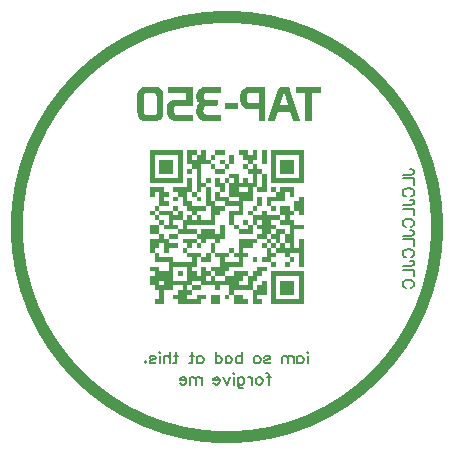
<source format=gbo>
G04 Layer: BottomSilkscreenLayer*
G04 EasyEDA v6.5.22, 2023-04-02 13:19:52*
G04 e11523a40a7546c49719b0b35a8351d0,15f4cc3622644fce95c1d8fbedb56722,10*
G04 Gerber Generator version 0.2*
G04 Scale: 100 percent, Rotated: No, Reflected: No *
G04 Dimensions in millimeters *
G04 leading zeros omitted , absolute positions ,4 integer and 5 decimal *
%FSLAX45Y45*%
%MOMM*%

%ADD10C,0.2032*%
%ADD11C,1.0000*%

%LPD*%
G36*
X492607Y649986D02*
G01*
X492607Y610666D01*
X610666Y610666D01*
X610666Y492607D01*
X649986Y492607D01*
X649986Y649986D01*
G37*
G36*
X374243Y649986D02*
G01*
X374243Y492607D01*
X413613Y492607D01*
X413613Y610666D01*
X492302Y610666D01*
X492302Y649986D01*
G37*
G36*
X295554Y649986D02*
G01*
X295554Y531926D01*
X334924Y531926D01*
X334924Y649986D01*
G37*
G36*
X98501Y649986D02*
G01*
X98501Y610666D01*
X137871Y610666D01*
X137871Y571296D01*
X177241Y571296D01*
X177241Y531926D01*
X216560Y531926D01*
X216560Y571296D01*
X255930Y571296D01*
X255930Y649986D01*
X216560Y649986D01*
X216560Y610666D01*
X177241Y610666D01*
X177241Y649986D01*
G37*
G36*
X-98501Y649986D02*
G01*
X-98501Y610666D01*
X-19812Y610666D01*
X-19812Y649986D01*
G37*
G36*
X-216560Y649986D02*
G01*
X-216560Y531926D01*
X-137871Y531926D01*
X-137871Y571296D01*
X-177241Y571296D01*
X-177241Y649986D01*
G37*
G36*
X-334924Y649986D02*
G01*
X-334924Y531926D01*
X-295554Y531926D01*
X-295554Y492607D01*
X-216865Y492607D01*
X-216865Y610666D01*
X-256184Y610666D01*
X-256184Y571296D01*
X-295554Y571296D01*
X-295554Y610666D01*
X-256184Y610666D01*
X-256184Y649986D01*
G37*
G36*
X-452983Y649986D02*
G01*
X-452983Y610666D01*
X-413613Y610666D01*
X-413613Y492607D01*
X-374243Y492607D01*
X-374243Y649986D01*
G37*
G36*
X-649986Y649986D02*
G01*
X-649986Y492607D01*
X-610666Y492607D01*
X-610666Y610666D01*
X-453237Y610666D01*
X-453237Y649986D01*
G37*
G36*
X19812Y610666D02*
G01*
X19812Y531926D01*
X59182Y531926D01*
X59182Y610666D01*
G37*
G36*
X-137871Y610666D02*
G01*
X-137871Y571296D01*
X-98501Y571296D01*
X-98501Y610666D01*
G37*
G36*
X492607Y571296D02*
G01*
X492607Y492607D01*
X571296Y492607D01*
X571296Y571296D01*
G37*
G36*
X452983Y571296D02*
G01*
X452983Y492607D01*
X492302Y492607D01*
X492302Y571296D01*
G37*
G36*
X-59182Y571296D02*
G01*
X-59182Y531926D01*
X-19812Y531926D01*
X-19812Y571296D01*
G37*
G36*
X-571296Y571296D02*
G01*
X-571296Y492607D01*
X-453237Y492607D01*
X-453237Y571296D01*
G37*
G36*
X216560Y531926D02*
G01*
X216560Y492607D01*
X255930Y492607D01*
X255930Y531926D01*
G37*
G36*
X137871Y531926D02*
G01*
X137871Y492607D01*
X177241Y492607D01*
X177241Y531926D01*
G37*
G36*
X-19812Y531926D02*
G01*
X-19812Y492607D01*
X19558Y492607D01*
X19558Y531926D01*
G37*
G36*
X-137871Y531926D02*
G01*
X-137871Y492607D01*
X-98501Y492607D01*
X-98501Y531926D01*
G37*
G36*
X177241Y492302D02*
G01*
X177241Y452983D01*
X216560Y452983D01*
X216560Y374243D01*
X177241Y374243D01*
X177241Y413613D01*
X137871Y413613D01*
X137871Y374243D01*
X98501Y374243D01*
X98501Y452983D01*
X19812Y452983D01*
X19812Y413613D01*
X59182Y413613D01*
X59182Y374243D01*
X19812Y374243D01*
X19812Y334924D01*
X177241Y334924D01*
X177241Y295554D01*
X98501Y295554D01*
X98501Y334924D01*
X19812Y334924D01*
X19812Y256184D01*
X216560Y256184D01*
X216560Y334924D01*
X255930Y334924D01*
X255930Y492302D01*
G37*
G36*
X610666Y492302D02*
G01*
X610666Y413613D01*
X492607Y413613D01*
X492607Y374243D01*
X649986Y374243D01*
X649986Y492302D01*
G37*
G36*
X-413613Y492302D02*
G01*
X-413613Y413613D01*
X-452983Y413613D01*
X-452983Y374243D01*
X-374243Y374243D01*
X-374243Y492302D01*
G37*
G36*
X492607Y492302D02*
G01*
X492607Y452983D01*
X571296Y452983D01*
X571296Y492302D01*
G37*
G36*
X452983Y492302D02*
G01*
X452983Y452983D01*
X492302Y452983D01*
X492302Y492302D01*
G37*
G36*
X374243Y492302D02*
G01*
X374243Y374243D01*
X492302Y374243D01*
X492302Y413613D01*
X413613Y413613D01*
X413613Y492302D01*
G37*
G36*
X256184Y492302D02*
G01*
X256184Y452983D01*
X295554Y452983D01*
X295554Y492302D01*
G37*
G36*
X-98501Y492302D02*
G01*
X-98501Y452983D01*
X-19812Y452983D01*
X-19812Y492302D01*
G37*
G36*
X-256184Y492302D02*
G01*
X-256184Y295554D01*
X-216865Y295554D01*
X-216865Y492302D01*
G37*
G36*
X-334924Y492302D02*
G01*
X-334924Y452983D01*
X-295554Y452983D01*
X-295554Y492302D01*
G37*
G36*
X-571296Y492302D02*
G01*
X-571296Y452983D01*
X-453237Y452983D01*
X-453237Y492302D01*
G37*
G36*
X-649986Y492302D02*
G01*
X-649986Y374243D01*
X-453237Y374243D01*
X-453237Y413613D01*
X-610666Y413613D01*
X-610666Y492302D01*
G37*
G36*
X295554Y452983D02*
G01*
X295554Y334924D01*
X256184Y334924D01*
X256184Y295554D01*
X334924Y295554D01*
X334924Y452983D01*
G37*
G36*
X-334924Y413613D02*
G01*
X-334924Y334924D01*
X-452983Y334924D01*
X-452983Y295554D01*
X-413613Y295554D01*
X-413613Y256184D01*
X-334924Y256184D01*
X-334924Y295554D01*
X-295554Y295554D01*
X-295554Y413613D01*
G37*
G36*
X-19812Y413613D02*
G01*
X-19812Y374243D01*
X19558Y374243D01*
X19558Y413613D01*
G37*
G36*
X-98501Y413613D02*
G01*
X-98501Y334924D01*
X-59182Y334924D01*
X-59182Y295554D01*
X-19812Y295554D01*
X-19812Y374243D01*
X-59182Y374243D01*
X-59182Y413613D01*
G37*
G36*
X-177241Y413613D02*
G01*
X-177241Y374243D01*
X-137871Y374243D01*
X-137871Y413613D01*
G37*
G36*
X-216560Y374243D02*
G01*
X-216560Y334924D01*
X-177241Y334924D01*
X-177241Y374243D01*
G37*
G36*
X452983Y334924D02*
G01*
X452983Y295554D01*
X413613Y295554D01*
X413613Y256184D01*
X492302Y256184D01*
X492302Y334924D01*
G37*
G36*
X492607Y334924D02*
G01*
X492607Y295554D01*
X531926Y295554D01*
X531926Y256184D01*
X571296Y256184D01*
X571296Y334924D01*
G37*
G36*
X374243Y334924D02*
G01*
X374243Y295554D01*
X413613Y295554D01*
X413613Y334924D01*
G37*
G36*
X-177241Y334924D02*
G01*
X-177241Y256184D01*
X-137871Y256184D01*
X-137871Y334924D01*
G37*
G36*
X-649986Y334924D02*
G01*
X-649986Y256184D01*
X-610666Y256184D01*
X-610666Y295554D01*
X-571296Y295554D01*
X-571296Y256184D01*
X-492607Y256184D01*
X-492607Y295554D01*
X-531926Y295554D01*
X-531926Y334924D01*
G37*
G36*
X-98501Y295554D02*
G01*
X-98501Y256184D01*
X-59182Y256184D01*
X-59182Y295554D01*
G37*
G36*
X-295554Y295554D02*
G01*
X-295554Y256184D01*
X-256184Y256184D01*
X-256184Y295554D01*
G37*
G36*
X-177241Y255930D02*
G01*
X-177241Y177241D01*
X-137871Y177241D01*
X-137871Y59182D01*
X-216560Y59182D01*
X-216560Y19812D01*
X-98501Y19812D01*
X-98501Y98501D01*
X-59182Y98501D01*
X-59182Y137871D01*
X-19812Y137871D01*
X-19812Y177241D01*
X-98501Y177241D01*
X-98501Y216560D01*
X-137871Y216560D01*
X-137871Y255930D01*
G37*
G36*
X98501Y255930D02*
G01*
X98501Y216560D01*
X19812Y216560D01*
X19812Y177241D01*
X98501Y177241D01*
X98501Y137871D01*
X19812Y137871D01*
X19812Y19812D01*
X59182Y19812D01*
X59182Y98501D01*
X137871Y98501D01*
X137871Y216560D01*
X216560Y216560D01*
X216560Y255930D01*
G37*
G36*
X610666Y255930D02*
G01*
X610666Y216560D01*
X571296Y216560D01*
X571296Y137871D01*
X610666Y137871D01*
X610666Y98501D01*
X649986Y98501D01*
X649986Y255930D01*
G37*
G36*
X334924Y255930D02*
G01*
X334924Y177241D01*
X374243Y177241D01*
X374243Y216560D01*
X492302Y216560D01*
X492302Y255930D01*
G37*
G36*
X256184Y255930D02*
G01*
X256184Y177241D01*
X295554Y177241D01*
X295554Y255930D01*
G37*
G36*
X-98501Y255930D02*
G01*
X-98501Y216560D01*
X-19812Y216560D01*
X-19812Y177241D01*
X19558Y177241D01*
X19558Y255930D01*
G37*
G36*
X-256184Y255930D02*
G01*
X-256184Y216560D01*
X-216865Y216560D01*
X-216865Y255930D01*
G37*
G36*
X-374243Y255930D02*
G01*
X-374243Y177241D01*
X-334924Y177241D01*
X-334924Y137871D01*
X-295554Y137871D01*
X-295554Y98501D01*
X-256184Y98501D01*
X-256184Y137871D01*
X-216865Y137871D01*
X-216865Y177241D01*
X-295554Y177241D01*
X-295554Y216560D01*
X-334924Y216560D01*
X-334924Y255930D01*
G37*
G36*
X-452983Y255930D02*
G01*
X-452983Y216560D01*
X-413613Y216560D01*
X-413613Y255930D01*
G37*
G36*
X-571296Y255930D02*
G01*
X-571296Y177241D01*
X-492607Y177241D01*
X-492607Y216560D01*
X-531926Y216560D01*
X-531926Y255930D01*
G37*
G36*
X492607Y177241D02*
G01*
X492607Y19812D01*
X571296Y19812D01*
X571296Y59182D01*
X531926Y59182D01*
X531926Y98501D01*
X571296Y98501D01*
X571296Y137871D01*
X531926Y137871D01*
X531926Y177241D01*
G37*
G36*
X452983Y177241D02*
G01*
X452983Y98501D01*
X492302Y98501D01*
X492302Y177241D01*
G37*
G36*
X374243Y177241D02*
G01*
X374243Y137871D01*
X413613Y137871D01*
X413613Y177241D01*
G37*
G36*
X216560Y177241D02*
G01*
X216560Y137871D01*
X255930Y137871D01*
X255930Y177241D01*
G37*
G36*
X-216560Y177241D02*
G01*
X-216560Y137871D01*
X-177241Y137871D01*
X-177241Y177241D01*
G37*
G36*
X-452983Y177241D02*
G01*
X-452983Y137871D01*
X-413613Y137871D01*
X-413613Y177241D01*
G37*
G36*
X-610666Y177241D02*
G01*
X-610666Y137871D01*
X-571296Y137871D01*
X-571296Y177241D01*
G37*
G36*
X295554Y137871D02*
G01*
X295554Y98501D01*
X256184Y98501D01*
X256184Y59182D01*
X295554Y59182D01*
X295554Y19812D01*
X374243Y19812D01*
X374243Y59182D01*
X452983Y59182D01*
X452983Y98501D01*
X334924Y98501D01*
X334924Y137871D01*
G37*
G36*
X-413613Y137871D02*
G01*
X-413613Y98501D01*
X-452983Y98501D01*
X-452983Y59182D01*
X-374243Y59182D01*
X-374243Y137871D01*
G37*
G36*
X177241Y137871D02*
G01*
X177241Y98501D01*
X216560Y98501D01*
X216560Y137871D01*
G37*
G36*
X-571296Y137871D02*
G01*
X-571296Y98501D01*
X-492607Y98501D01*
X-492607Y19812D01*
X-453237Y19812D01*
X-453237Y137871D01*
G37*
G36*
X-649986Y137871D02*
G01*
X-649986Y98501D01*
X-610666Y98501D01*
X-610666Y137871D01*
G37*
G36*
X-334924Y98501D02*
G01*
X-334924Y59182D01*
X-374243Y59182D01*
X-374243Y19812D01*
X-216865Y19812D01*
X-216865Y98501D01*
X-256184Y98501D01*
X-256184Y59182D01*
X-295554Y59182D01*
X-295554Y98501D01*
G37*
G36*
X216560Y98501D02*
G01*
X216560Y19812D01*
X255930Y19812D01*
X255930Y98501D01*
G37*
G36*
X-610666Y98501D02*
G01*
X-610666Y59182D01*
X-571296Y59182D01*
X-571296Y98501D01*
G37*
G36*
X452983Y59182D02*
G01*
X452983Y19812D01*
X492302Y19812D01*
X492302Y59182D01*
G37*
G36*
X137871Y59182D02*
G01*
X137871Y19812D01*
X177241Y19812D01*
X177241Y59182D01*
G37*
G36*
X-571296Y59182D02*
G01*
X-571296Y19812D01*
X-531926Y19812D01*
X-531926Y59182D01*
G37*
G36*
X531926Y19558D02*
G01*
X531926Y-59182D01*
X492607Y-59182D01*
X492607Y-137871D01*
X531926Y-137871D01*
X531926Y-177241D01*
X492607Y-177241D01*
X492607Y-216560D01*
X649986Y-216560D01*
X649986Y-98501D01*
X610666Y-98501D01*
X610666Y-177241D01*
X571296Y-177241D01*
X571296Y-19812D01*
X649986Y-19812D01*
X649986Y19558D01*
G37*
G36*
X256184Y19558D02*
G01*
X256184Y-19812D01*
X295554Y-19812D01*
X295554Y-59182D01*
X256184Y-59182D01*
X256184Y-98501D01*
X334924Y-98501D01*
X334924Y-59182D01*
X374243Y-59182D01*
X374243Y-19812D01*
X413613Y-19812D01*
X413613Y19558D01*
G37*
G36*
X177241Y19558D02*
G01*
X177241Y-19812D01*
X98501Y-19812D01*
X98501Y-59182D01*
X216560Y-59182D01*
X216560Y19558D01*
G37*
G36*
X-59182Y19558D02*
G01*
X-59182Y-59182D01*
X-98501Y-59182D01*
X-98501Y-19812D01*
X-216560Y-19812D01*
X-216560Y-137871D01*
X-177241Y-137871D01*
X-177241Y-98501D01*
X-98501Y-98501D01*
X-98501Y-137871D01*
X-59182Y-137871D01*
X-59182Y-98501D01*
X-19812Y-98501D01*
X-19812Y19558D01*
G37*
G36*
X-374243Y19558D02*
G01*
X-374243Y-19812D01*
X-413613Y-19812D01*
X-413613Y-59182D01*
X-256184Y-59182D01*
X-256184Y-19812D01*
X-334924Y-19812D01*
X-334924Y19558D01*
G37*
G36*
X59182Y19558D02*
G01*
X59182Y-19812D01*
X98501Y-19812D01*
X98501Y19558D01*
G37*
G36*
X-452983Y19558D02*
G01*
X-452983Y-19812D01*
X-413613Y-19812D01*
X-413613Y19558D01*
G37*
G36*
X-531926Y19558D02*
G01*
X-531926Y-19812D01*
X-453237Y-19812D01*
X-453237Y19558D01*
G37*
G36*
X-649986Y19558D02*
G01*
X-649986Y-59182D01*
X-571296Y-59182D01*
X-571296Y19558D01*
G37*
G36*
X413613Y-19812D02*
G01*
X413613Y-59182D01*
X374243Y-59182D01*
X374243Y-98501D01*
X413613Y-98501D01*
X413613Y-137871D01*
X452983Y-137871D01*
X452983Y-59182D01*
X492302Y-59182D01*
X492302Y-19812D01*
G37*
G36*
X-571296Y-59182D02*
G01*
X-571296Y-98501D01*
X-649986Y-98501D01*
X-649986Y-216560D01*
X-610666Y-216560D01*
X-610666Y-177241D01*
X-571296Y-177241D01*
X-571296Y-137871D01*
X-531926Y-137871D01*
X-531926Y-216560D01*
X-492607Y-216560D01*
X-492607Y-177241D01*
X-453237Y-177241D01*
X-453237Y-137871D01*
X-492607Y-137871D01*
X-492607Y-98501D01*
X-531926Y-98501D01*
X-531926Y-59182D01*
G37*
G36*
X-256184Y-59182D02*
G01*
X-256184Y-98501D01*
X-216865Y-98501D01*
X-216865Y-59182D01*
G37*
G36*
X-452983Y-59182D02*
G01*
X-452983Y-98501D01*
X-413613Y-98501D01*
X-413613Y-59182D01*
G37*
G36*
X-492607Y-59182D02*
G01*
X-492607Y-98501D01*
X-453237Y-98501D01*
X-453237Y-59182D01*
G37*
G36*
X334924Y-98501D02*
G01*
X334924Y-137871D01*
X374243Y-137871D01*
X374243Y-98501D01*
G37*
G36*
X98501Y-98501D02*
G01*
X98501Y-216560D01*
X137871Y-216560D01*
X137871Y-177241D01*
X216560Y-177241D01*
X216560Y-137871D01*
X255930Y-137871D01*
X255930Y-98501D01*
G37*
G36*
X-374243Y-98501D02*
G01*
X-374243Y-137871D01*
X-334924Y-137871D01*
X-334924Y-177241D01*
X-295554Y-177241D01*
X-295554Y-137871D01*
X-256184Y-137871D01*
X-256184Y-98501D01*
G37*
G36*
X452983Y-137871D02*
G01*
X452983Y-177241D01*
X413613Y-177241D01*
X413613Y-216560D01*
X492302Y-216560D01*
X492302Y-137871D01*
G37*
G36*
X374243Y-137871D02*
G01*
X374243Y-177241D01*
X413613Y-177241D01*
X413613Y-137871D01*
G37*
G36*
X295554Y-137871D02*
G01*
X295554Y-177241D01*
X334924Y-177241D01*
X334924Y-137871D01*
G37*
G36*
X-137871Y-137871D02*
G01*
X-137871Y-216560D01*
X-98501Y-216560D01*
X-98501Y-137871D01*
G37*
G36*
X-256184Y-137871D02*
G01*
X-256184Y-177241D01*
X-216865Y-177241D01*
X-216865Y-137871D01*
G37*
G36*
X-452983Y-137871D02*
G01*
X-452983Y-177241D01*
X-413613Y-177241D01*
X-413613Y-137871D01*
G37*
G36*
X334924Y-177241D02*
G01*
X334924Y-216560D01*
X374243Y-216560D01*
X374243Y-177241D01*
G37*
G36*
X19812Y-177241D02*
G01*
X19812Y-216560D01*
X59182Y-216560D01*
X59182Y-177241D01*
G37*
G36*
X-374243Y-177241D02*
G01*
X-374243Y-216560D01*
X-334924Y-216560D01*
X-334924Y-177241D01*
G37*
G36*
X-610666Y-216865D02*
G01*
X-610666Y-295554D01*
X-492607Y-295554D01*
X-492607Y-374243D01*
X-571296Y-374243D01*
X-571296Y-334924D01*
X-649986Y-334924D01*
X-649986Y-374243D01*
X-610666Y-374243D01*
X-610666Y-413613D01*
X-649986Y-413613D01*
X-649986Y-452983D01*
X-453237Y-452983D01*
X-453237Y-256184D01*
X-571296Y-256184D01*
X-571296Y-216865D01*
G37*
G36*
X-98501Y-216865D02*
G01*
X-98501Y-256184D01*
X-59182Y-256184D01*
X-59182Y-334924D01*
X-137871Y-334924D01*
X-137871Y-374243D01*
X-98501Y-374243D01*
X-98501Y-413613D01*
X-19812Y-413613D01*
X-19812Y-374243D01*
X19558Y-374243D01*
X19558Y-295554D01*
X-19812Y-295554D01*
X-19812Y-256184D01*
X19558Y-256184D01*
X19558Y-216865D01*
G37*
G36*
X59182Y-216865D02*
G01*
X59182Y-256184D01*
X98501Y-256184D01*
X98501Y-295554D01*
X19812Y-295554D01*
X19812Y-334924D01*
X137871Y-334924D01*
X137871Y-256184D01*
X177241Y-256184D01*
X177241Y-216865D01*
G37*
G36*
X-334924Y-216865D02*
G01*
X-334924Y-256184D01*
X-295554Y-256184D01*
X-295554Y-295554D01*
X-452983Y-295554D01*
X-452983Y-334924D01*
X-334924Y-334924D01*
X-334924Y-452983D01*
X-216865Y-452983D01*
X-216865Y-413613D01*
X-256184Y-413613D01*
X-256184Y-374243D01*
X-295554Y-374243D01*
X-295554Y-334924D01*
X-256184Y-334924D01*
X-256184Y-256184D01*
X-216865Y-256184D01*
X-216865Y-216865D01*
G37*
G36*
X334924Y-216865D02*
G01*
X334924Y-256184D01*
X295554Y-256184D01*
X295554Y-295554D01*
X374243Y-295554D01*
X374243Y-256184D01*
X413613Y-256184D01*
X413613Y-216865D01*
G37*
G36*
X-177241Y-216865D02*
G01*
X-177241Y-256184D01*
X-216560Y-256184D01*
X-216560Y-295554D01*
X-137871Y-295554D01*
X-137871Y-216865D01*
G37*
G36*
X610666Y-216865D02*
G01*
X610666Y-334924D01*
X649986Y-334924D01*
X649986Y-216865D01*
G37*
G36*
X492607Y-216865D02*
G01*
X492607Y-256184D01*
X531926Y-256184D01*
X531926Y-216865D01*
G37*
G36*
X531926Y-256184D02*
G01*
X531926Y-295554D01*
X571296Y-295554D01*
X571296Y-256184D01*
G37*
G36*
X216560Y-256184D02*
G01*
X216560Y-295554D01*
X255930Y-295554D01*
X255930Y-256184D01*
G37*
G36*
X492607Y-295554D02*
G01*
X492607Y-334924D01*
X531926Y-334924D01*
X531926Y-295554D01*
G37*
G36*
X374243Y-295554D02*
G01*
X374243Y-334924D01*
X413613Y-334924D01*
X413613Y-295554D01*
G37*
G36*
X256184Y-334924D02*
G01*
X256184Y-413613D01*
X295554Y-413613D01*
X295554Y-374243D01*
X334924Y-374243D01*
X334924Y-334924D01*
G37*
G36*
X-216560Y-334924D02*
G01*
X-216560Y-452983D01*
X-177241Y-452983D01*
X-177241Y-413613D01*
X-137871Y-413613D01*
X-137871Y-374243D01*
X-177241Y-374243D01*
X-177241Y-334924D01*
G37*
G36*
X216560Y-374243D02*
G01*
X216560Y-413613D01*
X177241Y-413613D01*
X177241Y-452983D01*
X255930Y-452983D01*
X255930Y-374243D01*
G37*
G36*
X59182Y-374243D02*
G01*
X59182Y-413613D01*
X19812Y-413613D01*
X19812Y-452983D01*
X137871Y-452983D01*
X137871Y-413613D01*
X177241Y-413613D01*
X177241Y-374243D01*
G37*
G36*
X492607Y-374243D02*
G01*
X492607Y-413613D01*
X610666Y-413613D01*
X610666Y-452983D01*
X649986Y-452983D01*
X649986Y-374243D01*
G37*
G36*
X374243Y-374243D02*
G01*
X374243Y-452983D01*
X413613Y-452983D01*
X413613Y-413613D01*
X492302Y-413613D01*
X492302Y-374243D01*
G37*
G36*
X-413613Y-374243D02*
G01*
X-413613Y-413613D01*
X-374243Y-413613D01*
X-374243Y-374243D01*
G37*
G36*
X-19812Y-413613D02*
G01*
X-19812Y-452983D01*
X19558Y-452983D01*
X19558Y-413613D01*
G37*
G36*
X-137871Y-413613D02*
G01*
X-137871Y-452983D01*
X-98501Y-452983D01*
X-98501Y-413613D01*
G37*
G36*
X610666Y-453237D02*
G01*
X610666Y-610666D01*
X492607Y-610666D01*
X492607Y-649986D01*
X649986Y-649986D01*
X649986Y-453237D01*
G37*
G36*
X-649986Y-453237D02*
G01*
X-649986Y-492607D01*
X-610666Y-492607D01*
X-610666Y-531926D01*
X-571296Y-531926D01*
X-571296Y-610666D01*
X-610666Y-610666D01*
X-610666Y-649986D01*
X-531926Y-649986D01*
X-531926Y-531926D01*
X-453237Y-531926D01*
X-453237Y-453237D01*
X-531926Y-453237D01*
X-531926Y-492607D01*
X-571296Y-492607D01*
X-571296Y-453237D01*
G37*
G36*
X-452983Y-453237D02*
G01*
X-452983Y-492607D01*
X-374243Y-492607D01*
X-374243Y-531926D01*
X-413613Y-531926D01*
X-413613Y-571296D01*
X-452983Y-571296D01*
X-452983Y-610666D01*
X-413613Y-610666D01*
X-413613Y-649986D01*
X-216865Y-649986D01*
X-216865Y-571296D01*
X-256184Y-571296D01*
X-256184Y-610666D01*
X-334924Y-610666D01*
X-334924Y-571296D01*
X-295554Y-571296D01*
X-295554Y-531926D01*
X-334924Y-531926D01*
X-334924Y-492607D01*
X-295554Y-492607D01*
X-295554Y-453237D01*
G37*
G36*
X295554Y-453237D02*
G01*
X295554Y-492607D01*
X256184Y-492607D01*
X256184Y-571296D01*
X334924Y-571296D01*
X334924Y-453237D01*
G37*
G36*
X492607Y-453237D02*
G01*
X492607Y-571296D01*
X571296Y-571296D01*
X571296Y-453237D01*
G37*
G36*
X452983Y-453237D02*
G01*
X452983Y-571296D01*
X492302Y-571296D01*
X492302Y-453237D01*
G37*
G36*
X374243Y-453237D02*
G01*
X374243Y-649986D01*
X492302Y-649986D01*
X492302Y-610666D01*
X413613Y-610666D01*
X413613Y-453237D01*
G37*
G36*
X19812Y-453237D02*
G01*
X19812Y-571296D01*
X59182Y-571296D01*
X59182Y-531926D01*
X216560Y-531926D01*
X216560Y-453237D01*
X177241Y-453237D01*
X177241Y-492607D01*
X98501Y-492607D01*
X98501Y-453237D01*
G37*
G36*
X-216560Y-453237D02*
G01*
X-216560Y-492607D01*
X-98501Y-492607D01*
X-98501Y-531926D01*
X-59182Y-531926D01*
X-59182Y-492607D01*
X19558Y-492607D01*
X19558Y-453237D01*
G37*
G36*
X-295554Y-492607D02*
G01*
X-295554Y-531926D01*
X-216865Y-531926D01*
X-216865Y-492607D01*
G37*
G36*
X216560Y-531926D02*
G01*
X216560Y-649986D01*
X255930Y-649986D01*
X255930Y-531926D01*
G37*
G36*
X59182Y-571296D02*
G01*
X59182Y-649986D01*
X177241Y-649986D01*
X177241Y-610666D01*
X137871Y-610666D01*
X137871Y-571296D01*
G37*
G36*
X-19812Y-571296D02*
G01*
X-19812Y-610666D01*
X19558Y-610666D01*
X19558Y-571296D01*
G37*
G36*
X-137871Y-571296D02*
G01*
X-137871Y-649986D01*
X-59182Y-649986D01*
X-59182Y-571296D01*
G37*
G36*
X-216560Y-571296D02*
G01*
X-216560Y-610666D01*
X-177241Y-610666D01*
X-177241Y-571296D01*
G37*
G36*
X256184Y-610666D02*
G01*
X256184Y-649986D01*
X295554Y-649986D01*
X295554Y-610666D01*
G37*
G36*
X591972Y1186738D02*
G01*
X590245Y1186484D01*
X588924Y1185722D01*
X588162Y1184452D01*
X587908Y1182725D01*
X587908Y1138783D01*
X588162Y1136954D01*
X588924Y1135735D01*
X590194Y1134922D01*
X591972Y1134668D01*
X657250Y1134668D01*
X658926Y1134465D01*
X660146Y1133754D01*
X660857Y1132535D01*
X661111Y1130909D01*
X661111Y904036D01*
X661365Y902309D01*
X662127Y900988D01*
X663397Y900226D01*
X665124Y899972D01*
X715213Y899972D01*
X716940Y900277D01*
X718261Y900988D01*
X719023Y902258D01*
X719277Y904036D01*
X719277Y1130909D01*
X719531Y1132535D01*
X720242Y1133754D01*
X721563Y1134465D01*
X723290Y1134668D01*
X788314Y1134668D01*
X790092Y1134922D01*
X791413Y1135684D01*
X792124Y1137005D01*
X792429Y1138783D01*
X792429Y1182725D01*
X792124Y1184503D01*
X791413Y1185722D01*
X790092Y1186535D01*
X788314Y1186738D01*
G37*
G36*
X484022Y1186738D02*
G01*
X463651Y1185722D01*
X448208Y1182725D01*
X437337Y1175918D01*
X430479Y1163167D01*
X390714Y1034338D01*
X450748Y1034338D01*
X451154Y1035405D01*
X451256Y1036370D01*
X480822Y1132484D01*
X481736Y1133957D01*
X483108Y1134618D01*
X484022Y1134668D01*
X485089Y1134262D01*
X486156Y1132941D01*
X487222Y1130706D01*
X488340Y1127607D01*
X516788Y1034592D01*
X516585Y1033119D01*
X515975Y1032256D01*
X514959Y1031748D01*
X513537Y1031544D01*
X454050Y1031544D01*
X452628Y1031748D01*
X451612Y1032256D01*
X451002Y1033119D01*
X450748Y1034338D01*
X390714Y1034338D01*
X349961Y902309D01*
X350113Y901293D01*
X350621Y900582D01*
X351485Y900125D01*
X352755Y899972D01*
X405282Y899972D01*
X407060Y900226D01*
X408482Y900887D01*
X409600Y902004D01*
X410413Y903528D01*
X431698Y972870D01*
X432409Y974547D01*
X433527Y975766D01*
X434949Y976477D01*
X436829Y976680D01*
X530758Y976680D01*
X532638Y976426D01*
X534162Y975614D01*
X535330Y974293D01*
X536092Y972362D01*
X557174Y904036D01*
X557987Y902309D01*
X559104Y900988D01*
X560527Y900226D01*
X562305Y899972D01*
X614324Y899972D01*
X615797Y900125D01*
X616813Y900582D01*
X617423Y901293D01*
X617677Y902309D01*
X536397Y1163167D01*
X529590Y1175918D01*
X518871Y1182725D01*
X503682Y1185722D01*
G37*
G36*
X193700Y1186738D02*
G01*
X182880Y1186332D01*
X172923Y1185062D01*
X163830Y1182928D01*
X155600Y1179880D01*
X141478Y1171448D01*
X130505Y1160322D01*
X122174Y1146759D01*
X116484Y1130909D01*
X114503Y1122070D01*
X113080Y1112875D01*
X112217Y1103274D01*
X111963Y1093317D01*
X166014Y1093317D01*
X166522Y1104188D01*
X167538Y1111046D01*
X169113Y1117904D01*
X170230Y1121257D01*
X171704Y1124356D01*
X173431Y1127201D01*
X175463Y1129893D01*
X177698Y1131976D01*
X180340Y1133500D01*
X183388Y1134414D01*
X186842Y1134668D01*
X263347Y1134668D01*
X264972Y1134465D01*
X266192Y1133754D01*
X266903Y1132535D01*
X267106Y1130909D01*
X267106Y1055725D01*
X266903Y1053896D01*
X266192Y1052626D01*
X264972Y1051915D01*
X263347Y1051610D01*
X186842Y1051610D01*
X183388Y1051966D01*
X180340Y1052880D01*
X177698Y1054506D01*
X175463Y1056741D01*
X173431Y1059281D01*
X171704Y1062075D01*
X170230Y1065123D01*
X169113Y1068425D01*
X167538Y1075283D01*
X166522Y1082141D01*
X166014Y1093317D01*
X111963Y1093317D01*
X112217Y1082903D01*
X113080Y1072946D01*
X114503Y1063599D01*
X116484Y1054709D01*
X122174Y1038809D01*
X130505Y1025194D01*
X141478Y1014221D01*
X155600Y1006144D01*
X163830Y1003300D01*
X172923Y1001217D01*
X182880Y999998D01*
X193700Y999591D01*
X263347Y999591D01*
X264972Y999286D01*
X266192Y998575D01*
X266903Y997305D01*
X267106Y995527D01*
X267106Y904036D01*
X267411Y902309D01*
X268122Y900988D01*
X269392Y900226D01*
X271221Y899972D01*
X321208Y899972D01*
X322986Y900277D01*
X324256Y900988D01*
X325018Y902258D01*
X325272Y904036D01*
X325272Y1182725D01*
X325018Y1184503D01*
X324256Y1185722D01*
X322986Y1186535D01*
X321208Y1186738D01*
G37*
G36*
X-164388Y1186738D02*
G01*
X-179273Y1186180D01*
X-192887Y1184402D01*
X-205232Y1181506D01*
X-216357Y1177391D01*
X-226161Y1172108D01*
X-234746Y1165707D01*
X-242163Y1158290D01*
X-248158Y1150061D01*
X-252882Y1140917D01*
X-256235Y1130909D01*
X-258216Y1120038D01*
X-258927Y1108252D01*
X-258216Y1092657D01*
X-256133Y1079296D01*
X-251155Y1068019D01*
X-241909Y1058468D01*
X-238963Y1056436D01*
X-231140Y1052576D01*
X-230225Y1051814D01*
X-229920Y1051102D01*
X-230225Y1050442D01*
X-232664Y1048156D01*
X-237032Y1044905D01*
X-240588Y1041603D01*
X-241909Y1039977D01*
X-251307Y1026566D01*
X-256641Y1011783D01*
X-259079Y995171D01*
X-259943Y975918D01*
X-258724Y961796D01*
X-255117Y947775D01*
X-249377Y934821D01*
X-241401Y923391D01*
X-231546Y913790D01*
X-219760Y906322D01*
X-206248Y901598D01*
X-191109Y899972D01*
X-52933Y899972D01*
X-51104Y900277D01*
X-49885Y900988D01*
X-49072Y902258D01*
X-48818Y904036D01*
X-48818Y945946D01*
X-49072Y947724D01*
X-49834Y948994D01*
X-51155Y949807D01*
X-52933Y950010D01*
X-167233Y950010D01*
X-170332Y950214D01*
X-173431Y950772D01*
X-176428Y951737D01*
X-179425Y953109D01*
X-182219Y954836D01*
X-184912Y956868D01*
X-187452Y959154D01*
X-191973Y964336D01*
X-193852Y967028D01*
X-196951Y972870D01*
X-198170Y975817D01*
X-199034Y978814D01*
X-199542Y981811D01*
X-199644Y987755D01*
X-198882Y994359D01*
X-197358Y1001826D01*
X-196037Y1005484D01*
X-194310Y1009040D01*
X-192125Y1012494D01*
X-189382Y1015695D01*
X-186131Y1018590D01*
X-182270Y1021283D01*
X-177901Y1023670D01*
X-166827Y1027328D01*
X-152501Y1028496D01*
X-83667Y1028496D01*
X-81838Y1028750D01*
X-80568Y1029462D01*
X-79806Y1030681D01*
X-79552Y1032357D01*
X-79552Y1074470D01*
X-79857Y1076147D01*
X-80568Y1077366D01*
X-81838Y1078077D01*
X-83667Y1078280D01*
X-169265Y1078280D01*
X-171754Y1078484D01*
X-174345Y1078992D01*
X-176885Y1079855D01*
X-181864Y1082598D01*
X-186283Y1086154D01*
X-190246Y1090320D01*
X-193548Y1095146D01*
X-194868Y1097838D01*
X-195884Y1100531D01*
X-197053Y1105712D01*
X-197053Y1111148D01*
X-196596Y1113942D01*
X-195884Y1116634D01*
X-194868Y1119225D01*
X-193548Y1121664D01*
X-190246Y1126083D01*
X-186283Y1129893D01*
X-181864Y1133094D01*
X-179425Y1134465D01*
X-176885Y1135430D01*
X-171754Y1136599D01*
X-169265Y1136751D01*
X-52933Y1136751D01*
X-51104Y1136954D01*
X-49885Y1137767D01*
X-49072Y1138986D01*
X-48818Y1140815D01*
X-48818Y1182725D01*
X-49072Y1184503D01*
X-49834Y1185722D01*
X-51155Y1186535D01*
X-52933Y1186738D01*
G37*
G36*
X-492810Y1186738D02*
G01*
X-494588Y1186484D01*
X-495909Y1185722D01*
X-496671Y1184452D01*
X-496925Y1182725D01*
X-496925Y1140815D01*
X-496620Y1138986D01*
X-495909Y1137767D01*
X-494639Y1136954D01*
X-492810Y1136751D01*
X-354380Y1136751D01*
X-352602Y1136497D01*
X-351383Y1135786D01*
X-350621Y1134567D01*
X-350367Y1132941D01*
X-350367Y1082141D01*
X-350621Y1080363D01*
X-351383Y1079093D01*
X-352602Y1078331D01*
X-354380Y1078077D01*
X-421944Y1078077D01*
X-436524Y1077569D01*
X-449529Y1076045D01*
X-460908Y1073454D01*
X-470712Y1069949D01*
X-486562Y1060450D01*
X-497941Y1048867D01*
X-505155Y1035253D01*
X-509117Y1020368D01*
X-510997Y1005027D01*
X-511657Y989888D01*
X-510438Y971753D01*
X-506780Y954836D01*
X-500532Y939444D01*
X-491286Y926185D01*
X-479247Y915314D01*
X-463854Y907135D01*
X-454863Y903986D01*
X-444906Y901750D01*
X-433933Y900430D01*
X-421944Y899972D01*
X-294436Y899972D01*
X-292709Y900277D01*
X-291388Y900988D01*
X-290626Y902258D01*
X-290372Y904036D01*
X-290372Y945946D01*
X-290626Y947724D01*
X-291388Y948994D01*
X-292658Y949807D01*
X-294436Y950010D01*
X-416915Y950010D01*
X-429412Y952500D01*
X-440486Y959967D01*
X-448157Y972515D01*
X-450646Y989888D01*
X-450494Y995781D01*
X-449986Y1001014D01*
X-449122Y1005586D01*
X-447852Y1009446D01*
X-446379Y1012901D01*
X-444652Y1015898D01*
X-442671Y1018387D01*
X-440486Y1020368D01*
X-437997Y1021994D01*
X-435305Y1023315D01*
X-432409Y1024280D01*
X-429310Y1024991D01*
X-423164Y1025702D01*
X-416915Y1026007D01*
X-294436Y1026007D01*
X-292709Y1026261D01*
X-291388Y1026972D01*
X-290626Y1028293D01*
X-290372Y1030020D01*
X-290372Y1182725D01*
X-290626Y1184503D01*
X-291388Y1185722D01*
X-292658Y1186535D01*
X-294436Y1186738D01*
G37*
G36*
X-693267Y1186738D02*
G01*
X-707136Y1185773D01*
X-719531Y1182827D01*
X-730504Y1177899D01*
X-739952Y1171041D01*
X-747623Y1162253D01*
X-753110Y1151686D01*
X-756412Y1139393D01*
X-757478Y1125270D01*
X-757478Y981557D01*
X-703935Y981557D01*
X-703935Y1105509D01*
X-703478Y1111148D01*
X-702157Y1116888D01*
X-701090Y1119632D01*
X-699770Y1122172D01*
X-698195Y1124559D01*
X-694232Y1128877D01*
X-691896Y1130757D01*
X-689305Y1132433D01*
X-686409Y1133957D01*
X-683158Y1135176D01*
X-679653Y1136040D01*
X-675792Y1136548D01*
X-671677Y1136751D01*
X-625957Y1136751D01*
X-619252Y1136294D01*
X-613257Y1134922D01*
X-607822Y1132738D01*
X-603046Y1129588D01*
X-596595Y1120038D01*
X-594410Y1105509D01*
X-594410Y981557D01*
X-596138Y967638D01*
X-601268Y957935D01*
X-610920Y951992D01*
X-625652Y950010D01*
X-671677Y950010D01*
X-687933Y951992D01*
X-697585Y957935D01*
X-702310Y967638D01*
X-703935Y981557D01*
X-757478Y981557D01*
X-757478Y976477D01*
X-756361Y956818D01*
X-752957Y940612D01*
X-747420Y927353D01*
X-739952Y917041D01*
X-735584Y912774D01*
X-730707Y909218D01*
X-725424Y906322D01*
X-719683Y904036D01*
X-706932Y900988D01*
X-692759Y899972D01*
X-612444Y899972D01*
X-595274Y900988D01*
X-580694Y904036D01*
X-568350Y909218D01*
X-558088Y917041D01*
X-550367Y927353D01*
X-544880Y940612D01*
X-541477Y956818D01*
X-540359Y976477D01*
X-540359Y1125270D01*
X-541375Y1139393D01*
X-544576Y1151686D01*
X-549910Y1162253D01*
X-557377Y1171041D01*
X-566674Y1177899D01*
X-577596Y1182827D01*
X-590143Y1185773D01*
X-604367Y1186738D01*
G37*
G36*
X-11480Y1050086D02*
G01*
X-13309Y1049832D01*
X-14528Y1049070D01*
X-15341Y1047851D01*
X-15544Y1046022D01*
X-15544Y1002893D01*
X-15341Y1001115D01*
X-14528Y999794D01*
X-13258Y999083D01*
X-11480Y998778D01*
X86766Y998778D01*
X88595Y999032D01*
X89814Y999845D01*
X90627Y1001115D01*
X90881Y1002893D01*
X90881Y1046327D01*
X90627Y1047953D01*
X89865Y1049172D01*
X88544Y1049883D01*
X86766Y1050086D01*
G37*
D10*
X689998Y-1059088D02*
G01*
X685452Y-1063635D01*
X680907Y-1059088D01*
X685452Y-1054544D01*
X689998Y-1059088D01*
X685452Y-1090907D02*
G01*
X685452Y-1154544D01*
X596361Y-1090907D02*
G01*
X596361Y-1154544D01*
X596361Y-1104544D02*
G01*
X605452Y-1095451D01*
X614545Y-1090907D01*
X628180Y-1090907D01*
X637270Y-1095451D01*
X646361Y-1104544D01*
X650908Y-1118179D01*
X650908Y-1127269D01*
X646361Y-1140907D01*
X637270Y-1149997D01*
X628180Y-1154544D01*
X614545Y-1154544D01*
X605452Y-1149997D01*
X596361Y-1140907D01*
X566361Y-1090907D02*
G01*
X566361Y-1154544D01*
X566361Y-1109088D02*
G01*
X552726Y-1095451D01*
X543636Y-1090907D01*
X529998Y-1090907D01*
X520908Y-1095451D01*
X516361Y-1109088D01*
X516361Y-1154544D01*
X516361Y-1109088D02*
G01*
X502726Y-1095451D01*
X493636Y-1090907D01*
X479999Y-1090907D01*
X470908Y-1095451D01*
X466361Y-1109088D01*
X466361Y-1154544D01*
X316362Y-1104544D02*
G01*
X320908Y-1095451D01*
X334545Y-1090907D01*
X348180Y-1090907D01*
X361817Y-1095451D01*
X366361Y-1104544D01*
X361817Y-1113635D01*
X352727Y-1118179D01*
X329999Y-1122725D01*
X320908Y-1127269D01*
X316362Y-1136360D01*
X316362Y-1140907D01*
X320908Y-1149997D01*
X334545Y-1154544D01*
X348180Y-1154544D01*
X361817Y-1149997D01*
X366361Y-1140907D01*
X263636Y-1090907D02*
G01*
X272727Y-1095451D01*
X281818Y-1104544D01*
X286362Y-1118179D01*
X286362Y-1127269D01*
X281818Y-1140907D01*
X272727Y-1149997D01*
X263636Y-1154544D01*
X249999Y-1154544D01*
X240908Y-1149997D01*
X231818Y-1140907D01*
X227271Y-1127269D01*
X227271Y-1118179D01*
X231818Y-1104544D01*
X240908Y-1095451D01*
X249999Y-1090907D01*
X263636Y-1090907D01*
X127271Y-1059088D02*
G01*
X127271Y-1154544D01*
X127271Y-1104544D02*
G01*
X118181Y-1095451D01*
X109090Y-1090907D01*
X95453Y-1090907D01*
X86362Y-1095451D01*
X77271Y-1104544D01*
X72727Y-1118179D01*
X72727Y-1127269D01*
X77271Y-1140907D01*
X86362Y-1149997D01*
X95453Y-1154544D01*
X109090Y-1154544D01*
X118181Y-1149997D01*
X127271Y-1140907D01*
X-11818Y-1090907D02*
G01*
X-11818Y-1154544D01*
X-11818Y-1104544D02*
G01*
X-2727Y-1095451D01*
X6362Y-1090907D01*
X19999Y-1090907D01*
X29090Y-1095451D01*
X38181Y-1104544D01*
X42727Y-1118179D01*
X42727Y-1127269D01*
X38181Y-1140907D01*
X29090Y-1149997D01*
X19999Y-1154544D01*
X6362Y-1154544D01*
X-2727Y-1149997D01*
X-11818Y-1140907D01*
X-96362Y-1059088D02*
G01*
X-96362Y-1154544D01*
X-96362Y-1104544D02*
G01*
X-87271Y-1095451D01*
X-78181Y-1090907D01*
X-64546Y-1090907D01*
X-55453Y-1095451D01*
X-46362Y-1104544D01*
X-41818Y-1118179D01*
X-41818Y-1127269D01*
X-46362Y-1140907D01*
X-55453Y-1149997D01*
X-64546Y-1154544D01*
X-78181Y-1154544D01*
X-87271Y-1149997D01*
X-96362Y-1140907D01*
X-250908Y-1090907D02*
G01*
X-250908Y-1154544D01*
X-250908Y-1104544D02*
G01*
X-241818Y-1095451D01*
X-232727Y-1090907D01*
X-219090Y-1090907D01*
X-209999Y-1095451D01*
X-200908Y-1104544D01*
X-196362Y-1118179D01*
X-196362Y-1127269D01*
X-200908Y-1140907D01*
X-209999Y-1149997D01*
X-219090Y-1154544D01*
X-232727Y-1154544D01*
X-241818Y-1149997D01*
X-250908Y-1140907D01*
X-294546Y-1059088D02*
G01*
X-294546Y-1136360D01*
X-299090Y-1149997D01*
X-308180Y-1154544D01*
X-317271Y-1154544D01*
X-280908Y-1090907D02*
G01*
X-312727Y-1090907D01*
X-430908Y-1059088D02*
G01*
X-430908Y-1136360D01*
X-435452Y-1149997D01*
X-444545Y-1154544D01*
X-453636Y-1154544D01*
X-417271Y-1090907D02*
G01*
X-449089Y-1090907D01*
X-483636Y-1059088D02*
G01*
X-483636Y-1154544D01*
X-483636Y-1109088D02*
G01*
X-497271Y-1095451D01*
X-506361Y-1090907D01*
X-519998Y-1090907D01*
X-529089Y-1095451D01*
X-533636Y-1109088D01*
X-533636Y-1154544D01*
X-563636Y-1059088D02*
G01*
X-568180Y-1063635D01*
X-572726Y-1059088D01*
X-568180Y-1054544D01*
X-563636Y-1059088D01*
X-568180Y-1090907D02*
G01*
X-568180Y-1154544D01*
X-652726Y-1104544D02*
G01*
X-648180Y-1095451D01*
X-634545Y-1090907D01*
X-620908Y-1090907D01*
X-607270Y-1095451D01*
X-602726Y-1104544D01*
X-607270Y-1113635D01*
X-616361Y-1118179D01*
X-639089Y-1122725D01*
X-648180Y-1127269D01*
X-652726Y-1136360D01*
X-652726Y-1140907D01*
X-648180Y-1149997D01*
X-634545Y-1154544D01*
X-620908Y-1154544D01*
X-607270Y-1149997D01*
X-602726Y-1140907D01*
X-691817Y-1136360D02*
G01*
X-687270Y-1140907D01*
X-682726Y-1136360D01*
X-687270Y-1131816D01*
X-691817Y-1136360D01*
X-691817Y-1145451D01*
X-682726Y-1154544D01*
X333636Y-1239088D02*
G01*
X342727Y-1239088D01*
X351817Y-1243634D01*
X356362Y-1257269D01*
X356362Y-1334543D01*
X369999Y-1270906D02*
G01*
X338180Y-1270906D01*
X280908Y-1270906D02*
G01*
X289999Y-1275450D01*
X299090Y-1284544D01*
X303636Y-1298178D01*
X303636Y-1307269D01*
X299090Y-1320906D01*
X289999Y-1329997D01*
X280908Y-1334543D01*
X267271Y-1334543D01*
X258180Y-1329997D01*
X249090Y-1320906D01*
X244546Y-1307269D01*
X244546Y-1298178D01*
X249090Y-1284544D01*
X258180Y-1275450D01*
X267271Y-1270906D01*
X280908Y-1270906D01*
X214546Y-1270906D02*
G01*
X214546Y-1334543D01*
X214546Y-1298178D02*
G01*
X209999Y-1284544D01*
X200908Y-1275450D01*
X191818Y-1270906D01*
X178180Y-1270906D01*
X93637Y-1270906D02*
G01*
X93637Y-1343634D01*
X98181Y-1357269D01*
X102727Y-1361815D01*
X111818Y-1366359D01*
X125453Y-1366359D01*
X134546Y-1361815D01*
X93637Y-1284544D02*
G01*
X102727Y-1275450D01*
X111818Y-1270906D01*
X125453Y-1270906D01*
X134546Y-1275450D01*
X143637Y-1284544D01*
X148181Y-1298178D01*
X148181Y-1307269D01*
X143637Y-1320906D01*
X134546Y-1329997D01*
X125453Y-1334543D01*
X111818Y-1334543D01*
X102727Y-1329997D01*
X93637Y-1320906D01*
X63637Y-1239088D02*
G01*
X59090Y-1243634D01*
X54546Y-1239088D01*
X59090Y-1234544D01*
X63637Y-1239088D01*
X59090Y-1270906D02*
G01*
X59090Y-1334543D01*
X24546Y-1270906D02*
G01*
X-2727Y-1334543D01*
X-29999Y-1270906D02*
G01*
X-2727Y-1334543D01*
X-59999Y-1298178D02*
G01*
X-114546Y-1298178D01*
X-114546Y-1289088D01*
X-109999Y-1279997D01*
X-105453Y-1275450D01*
X-96362Y-1270906D01*
X-82727Y-1270906D01*
X-73637Y-1275450D01*
X-64546Y-1284544D01*
X-59999Y-1298178D01*
X-59999Y-1307269D01*
X-64546Y-1320906D01*
X-73637Y-1329997D01*
X-82727Y-1334543D01*
X-96362Y-1334543D01*
X-105453Y-1329997D01*
X-114546Y-1320906D01*
X-214546Y-1270906D02*
G01*
X-214546Y-1334543D01*
X-214546Y-1289088D02*
G01*
X-228180Y-1275450D01*
X-237271Y-1270906D01*
X-250908Y-1270906D01*
X-259999Y-1275450D01*
X-264546Y-1289088D01*
X-264546Y-1334543D01*
X-264546Y-1289088D02*
G01*
X-278180Y-1275450D01*
X-287271Y-1270906D01*
X-300908Y-1270906D01*
X-309999Y-1275450D01*
X-314545Y-1289088D01*
X-314545Y-1334543D01*
X-344545Y-1298178D02*
G01*
X-399089Y-1298178D01*
X-399089Y-1289088D01*
X-394545Y-1279997D01*
X-389999Y-1275450D01*
X-380908Y-1270906D01*
X-367271Y-1270906D01*
X-358180Y-1275450D01*
X-349089Y-1284544D01*
X-344545Y-1298178D01*
X-344545Y-1307269D01*
X-349089Y-1320906D01*
X-358180Y-1329997D01*
X-367271Y-1334543D01*
X-380908Y-1334543D01*
X-389999Y-1329997D01*
X-399089Y-1320906D01*
X1489087Y444545D02*
G01*
X1561815Y444545D01*
X1575450Y449089D01*
X1579996Y453636D01*
X1584543Y462727D01*
X1584543Y471817D01*
X1579996Y480908D01*
X1575450Y485452D01*
X1561815Y489999D01*
X1552724Y489999D01*
X1489087Y414545D02*
G01*
X1584543Y414545D01*
X1584543Y414545D02*
G01*
X1584543Y359999D01*
X1511815Y261818D02*
G01*
X1502724Y266362D01*
X1493634Y275452D01*
X1489087Y284546D01*
X1489087Y302727D01*
X1493634Y311818D01*
X1502724Y320908D01*
X1511815Y325452D01*
X1525450Y329999D01*
X1548178Y329999D01*
X1561815Y325452D01*
X1570906Y320908D01*
X1579996Y311818D01*
X1584543Y302727D01*
X1584543Y284546D01*
X1579996Y275452D01*
X1570906Y266362D01*
X1561815Y261818D01*
X1489087Y186362D02*
G01*
X1561815Y186362D01*
X1575450Y190908D01*
X1579996Y195453D01*
X1584543Y204546D01*
X1584543Y213636D01*
X1579996Y222727D01*
X1575450Y227271D01*
X1561815Y231818D01*
X1552724Y231818D01*
X1489087Y156362D02*
G01*
X1584543Y156362D01*
X1584543Y156362D02*
G01*
X1584543Y101818D01*
X1511815Y3637D02*
G01*
X1502724Y8181D01*
X1493634Y17271D01*
X1489087Y26362D01*
X1489087Y44546D01*
X1493634Y53637D01*
X1502724Y62727D01*
X1511815Y67271D01*
X1525450Y71818D01*
X1548178Y71818D01*
X1561815Y67271D01*
X1570906Y62727D01*
X1579996Y53637D01*
X1584543Y44546D01*
X1584543Y26362D01*
X1579996Y17271D01*
X1570906Y8181D01*
X1561815Y3637D01*
X1489087Y-71818D02*
G01*
X1561815Y-71818D01*
X1575450Y-67271D01*
X1579996Y-62727D01*
X1584543Y-53637D01*
X1584543Y-44546D01*
X1579996Y-35453D01*
X1575450Y-30909D01*
X1561815Y-26362D01*
X1552724Y-26362D01*
X1489087Y-101818D02*
G01*
X1584543Y-101818D01*
X1584543Y-101818D02*
G01*
X1584543Y-156362D01*
X1511815Y-254546D02*
G01*
X1502724Y-249999D01*
X1493634Y-240908D01*
X1489087Y-231818D01*
X1489087Y-213636D01*
X1493634Y-204546D01*
X1502724Y-195453D01*
X1511815Y-190908D01*
X1525450Y-186362D01*
X1548178Y-186362D01*
X1561815Y-190908D01*
X1570906Y-195453D01*
X1579996Y-204546D01*
X1584543Y-213636D01*
X1584543Y-231818D01*
X1579996Y-240908D01*
X1570906Y-249999D01*
X1561815Y-254546D01*
X1489087Y-329999D02*
G01*
X1561815Y-329999D01*
X1575450Y-325452D01*
X1579996Y-320908D01*
X1584543Y-311818D01*
X1584543Y-302727D01*
X1579996Y-293636D01*
X1575450Y-289090D01*
X1561815Y-284546D01*
X1552724Y-284546D01*
X1489087Y-359999D02*
G01*
X1584543Y-359999D01*
X1584543Y-359999D02*
G01*
X1584543Y-414545D01*
X1511815Y-512726D02*
G01*
X1502724Y-508180D01*
X1493634Y-499089D01*
X1489087Y-489999D01*
X1489087Y-471817D01*
X1493634Y-462727D01*
X1502724Y-453636D01*
X1511815Y-449089D01*
X1525450Y-444545D01*
X1548178Y-444545D01*
X1561815Y-449089D01*
X1570906Y-453636D01*
X1579996Y-462727D01*
X1584543Y-471817D01*
X1584543Y-489999D01*
X1579996Y-499089D01*
X1570906Y-508180D01*
X1561815Y-512726D01*
D11*
G75*
G01
X1780007Y0D02*
G03X1780007Y0I-1780007J0D01*
M02*

</source>
